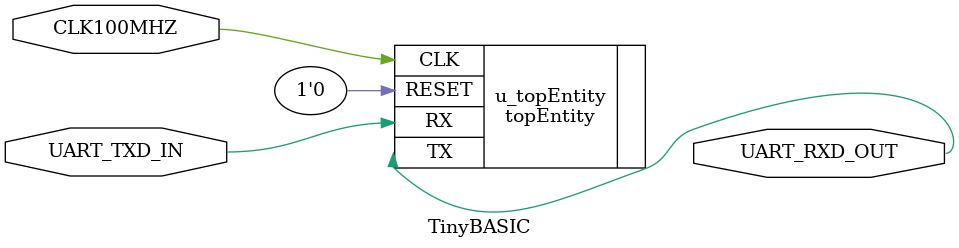
<source format=v>
module TinyBASIC(
           input        CLK100MHZ,
           input        UART_TXD_IN,
           output       UART_RXD_OUT
           );

   topEntity u_topEntity
     (.CLK(CLK100MHZ),
      .RESET(1'b0),
      .RX(UART_TXD_IN),
      .TX(UART_RXD_OUT)
      );

endmodule

</source>
